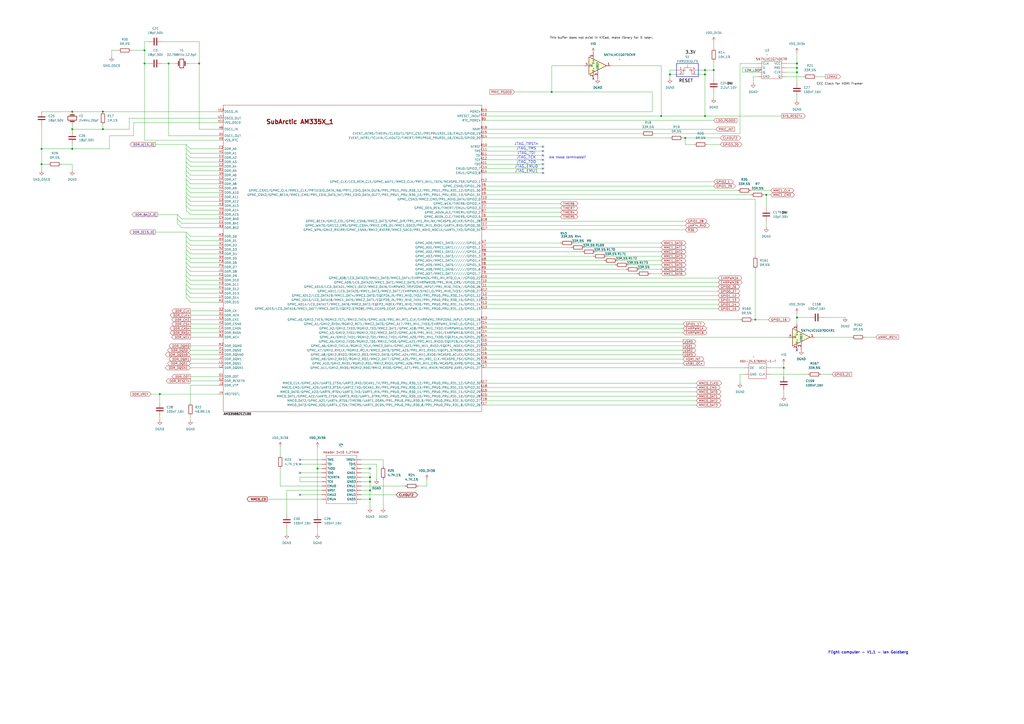
<source format=kicad_sch>
(kicad_sch (version 20231120) (generator "eeschema") (generator_version "8.0")
  (paper "A2")
  (title_block (title "SubArctic AM335x Schematic #1 - Ian Goldberg"))
  (junction (at 444.5 113.03))
  (junction (at 214.63 279.4))
  (junction (at 83.82 36.83))
  (junction (at 214.63 289.56))
  (junction (at 462.28 39.37))
  (junction (at 59.69 64.77))
  (junction (at 454.66 213.36))
  (junction (at 383.54 67.31))
  (junction (at 462.28 184.15))
  (junction (at 41.91 86.36))
  (junction (at 320.04 53.34))
  (junction (at 97.79 36.83))
  (junction (at 414.02 40.64))
  (junction (at 92.71 228.6))
  (junction (at 41.91 64.77))
  (junction (at 408.94 67.31))
  (junction (at 214.63 284.48))
  (junction (at 214.63 276.86))
  (junction (at 24.13 95.25))
  (junction (at 408.94 40.64))
  (junction (at 184.15 271.78))
  (junction (at 115.57 36.83))
  (junction (at 462.28 41.91))
  (junction (at 462.28 36.83))
  (junction (at 397.51 80.01))
  (junction (at 388.62 43.18))
  (junction (at 408.94 43.18))
  (junction (at 83.82 29.21))
  (junction (at 24.13 86.36))
  (junction (at 59.69 74.93))
  (junction (at 438.15 185.42))
  (junction (at 41.91 74.93))
  (no_connect (at 173.99 266.7))
  (no_connect (at 173.99 287.02))
  (no_connect (at 462.28 203.2))
  (no_connect (at 173.99 269.24))
  (no_connect (at 314.96 100.33))
  (no_connect (at 214.63 271.78))
  (no_connect (at 314.96 92.71))
  (no_connect (at 314.96 95.25))
  (no_connect (at 314.96 97.79))
  (no_connect (at 314.96 90.17))
  (no_connect (at 344.17 45.72))
  (no_connect (at 314.96 85.09))
  (no_connect (at 173.99 274.32))
  (no_connect (at 314.96 87.63))
  (bus_entry (at 107.95 114.3) (size 2.54 2.54))
  (bus_entry (at 107.95 154.94) (size 2.54 2.54))
  (bus_entry (at 107.95 104.14) (size 2.54 2.54))
  (bus_entry (at 107.95 91.44) (size 2.54 2.54))
  (bus_entry (at 107.95 93.98) (size 2.54 2.54))
  (bus_entry (at 107.95 170.18) (size 2.54 2.54))
  (bus_entry (at 107.95 111.76) (size 2.54 2.54))
  (bus_entry (at 107.95 88.9) (size 2.54 2.54))
  (bus_entry (at 107.95 142.24) (size 2.54 2.54))
  (bus_entry (at 107.95 119.38) (size 2.54 2.54))
  (bus_entry (at 107.95 147.32) (size 2.54 2.54))
  (bus_entry (at 107.95 116.84) (size 2.54 2.54))
  (bus_entry (at 107.95 167.64) (size 2.54 2.54))
  (bus_entry (at 107.95 106.68) (size 2.54 2.54))
  (bus_entry (at 107.95 139.7) (size 2.54 2.54))
  (bus_entry (at 102.87 124.46) (size 2.54 2.54))
  (bus_entry (at 107.95 152.4) (size 2.54 2.54))
  (bus_entry (at 107.95 172.72) (size 2.54 2.54))
  (bus_entry (at 107.95 165.1) (size 2.54 2.54))
  (bus_entry (at 107.95 83.82) (size 2.54 2.54))
  (bus_entry (at 107.95 144.78) (size 2.54 2.54))
  (bus_entry (at 102.87 129.54) (size 2.54 2.54))
  (bus_entry (at 107.95 86.36) (size 2.54 2.54))
  (bus_entry (at 107.95 96.52) (size 2.54 2.54))
  (bus_entry (at 107.95 109.22) (size 2.54 2.54))
  (bus_entry (at 107.95 134.62) (size 2.54 2.54))
  (bus_entry (at 107.95 149.86) (size 2.54 2.54))
  (bus_entry (at 107.95 157.48) (size 2.54 2.54))
  (bus_entry (at 107.95 101.6) (size 2.54 2.54))
  (bus_entry (at 102.87 127) (size 2.54 2.54))
  (bus_entry (at 107.95 160.02) (size 2.54 2.54))
  (bus_entry (at 107.95 137.16) (size 2.54 2.54))
  (bus_entry (at 107.95 121.92) (size 2.54 2.54))
  (bus_entry (at 107.95 99.06) (size 2.54 2.54))
  (bus_entry (at 107.95 162.56) (size 2.54 2.54))
  (wire (pts (xy 281.94 107.95) (xy 414.02 107.95)))
  (wire (pts (xy 64.77 33.02) (xy 64.77 29.21)))
  (wire (pts (xy 444.5 113.03) (xy 444.5 120.65)))
  (wire (pts (xy 107.95 142.24) (xy 107.95 144.78)))
  (wire (pts (xy 281.94 232.41) (xy 403.86 232.41)))
  (wire (pts (xy 436.88 44.45) (xy 436.88 48.26)))
  (wire (pts (xy 281.94 156.21) (xy 363.22 156.21)))
  (wire (pts (xy 24.13 86.36) (xy 24.13 95.25)))
  (wire (pts (xy 429.26 36.83) (xy 439.42 36.83)))
  (wire (pts (xy 41.91 95.25) (xy 35.56 95.25)))
  (wire (pts (xy 105.41 132.08) (xy 127 132.08)))
  (wire (pts (xy 107.95 165.1) (xy 107.95 167.64)))
  (wire (pts (xy 107.95 154.94) (xy 107.95 157.48)))
  (wire (pts (xy 209.55 281.94) (xy 234.95 281.94)))
  (wire (pts (xy 281.94 118.11) (xy 325.12 118.11)))
  (wire (pts (xy 209.55 279.4) (xy 214.63 279.4)))
  (wire (pts (xy 93.98 24.13) (xy 115.57 24.13)))
  (wire (pts (xy 383.54 38.1) (xy 383.54 67.31)))
  (wire (pts (xy 107.95 137.16) (xy 107.95 139.7)))
  (wire (pts (xy 41.91 74.93) (xy 59.69 74.93)))
  (wire (pts (xy 107.95 91.44) (xy 107.95 93.98)))
  (wire (pts (xy 166.37 284.48) (xy 186.69 284.48)))
  (wire (pts (xy 24.13 95.25) (xy 24.13 99.06)))
  (wire (pts (xy 209.55 284.48) (xy 214.63 284.48)))
  (wire (pts (xy 83.82 29.21) (xy 83.82 36.83)))
  (wire (pts (xy 410.21 83.82) (xy 417.83 83.82)))
  (wire (pts (xy 173.99 276.86) (xy 186.69 276.86)))
  (wire (pts (xy 408.94 67.31) (xy 453.39 67.31)))
  (wire (pts (xy 107.95 99.06) (xy 107.95 101.6)))
  (wire (pts (xy 473.71 44.45) (xy 478.79 44.45)))
  (wire (pts (xy 110.49 223.52) (xy 127 223.52)))
  (wire (pts (xy 455.93 39.37) (xy 462.28 39.37)))
  (wire (pts (xy 281.94 210.82) (xy 396.24 210.82)))
  (wire (pts (xy 444.5 128.27) (xy 444.5 132.08)))
  (wire (pts (xy 110.49 96.52) (xy 127 96.52)))
  (wire (pts (xy 107.95 162.56) (xy 107.95 165.1)))
  (wire (pts (xy 214.63 284.48) (xy 214.63 289.56)))
  (wire (pts (xy 281.94 171.45) (xy 416.56 171.45)))
  (wire (pts (xy 110.49 88.9) (xy 127 88.9)))
  (wire (pts (xy 408.94 43.18) (xy 408.94 67.31)))
  (wire (pts (xy 110.49 200.66) (xy 127 200.66)))
  (wire (pts (xy 41.91 86.36) (xy 24.13 86.36)))
  (wire (pts (xy 345.44 146.05) (xy 383.54 146.05)))
  (wire (pts (xy 97.79 78.74) (xy 127 78.74)))
  (wire (pts (xy 281.94 163.83) (xy 416.56 163.83)))
  (wire (pts (xy 214.63 289.56) (xy 214.63 294.64)))
  (wire (pts (xy 447.04 217.17) (xy 468.63 217.17)))
  (wire (pts (xy 102.87 124.46) (xy 102.87 127)))
  (wire (pts (xy 107.95 167.64) (xy 107.95 170.18)))
  (wire (pts (xy 281.94 77.47) (xy 372.11 77.47)))
  (wire (pts (xy 281.94 198.12) (xy 396.24 198.12)))
  (wire (pts (xy 105.41 127) (xy 127 127)))
  (wire (pts (xy 281.94 123.19) (xy 325.12 123.19)))
  (wire (pts (xy 429.26 77.47) (xy 429.26 36.83)))
  (wire (pts (xy 109.22 36.83) (xy 115.57 36.83)))
  (wire (pts (xy 439.42 44.45) (xy 436.88 44.45)))
  (wire (pts (xy 59.69 64.77) (xy 127 64.77)))
  (wire (pts (xy 388.62 40.64) (xy 388.62 43.18)))
  (wire (pts (xy 247.65 281.94) (xy 242.57 281.94)))
  (wire (pts (xy 281.94 176.53) (xy 416.56 176.53)))
  (wire (pts (xy 74.93 68.58) (xy 74.93 74.93)))
  (wire (pts (xy 92.71 243.84) (xy 92.71 241.3)))
  (wire (pts (xy 115.57 74.93) (xy 115.57 36.83)))
  (wire (pts (xy 454.66 210.82) (xy 454.66 213.36)))
  (wire (pts (xy 281.94 105.41) (xy 414.02 105.41)))
  (wire (pts (xy 110.49 119.38) (xy 127 119.38)))
  (wire (pts (xy 110.49 187.96) (xy 127 187.96)))
  (wire (pts (xy 281.94 179.07) (xy 416.56 179.07)))
  (wire (pts (xy 462.28 36.83) (xy 462.28 39.37)))
  (wire (pts (xy 110.49 93.98) (xy 127 93.98)))
  (wire (pts (xy 59.69 74.93) (xy 74.93 74.93)))
  (wire (pts (xy 214.63 274.32) (xy 214.63 276.86)))
  (wire (pts (xy 281.94 92.71) (xy 314.96 92.71)))
  (wire (pts (xy 83.82 24.13) (xy 83.82 29.21)))
  (wire (pts (xy 396.24 80.01) (xy 397.51 80.01)))
  (wire (pts (xy 281.94 224.79) (xy 403.86 224.79)))
  (wire (pts (xy 24.13 64.77) (xy 41.91 64.77)))
  (wire (pts (xy 281.94 110.49) (xy 427.99 110.49)))
  (wire (pts (xy 173.99 269.24) (xy 186.69 269.24)))
  (wire (pts (xy 209.55 289.56) (xy 214.63 289.56)))
  (wire (pts (xy 281.94 173.99) (xy 416.56 173.99)))
  (wire (pts (xy 83.82 36.83) (xy 86.36 36.83)))
  (wire (pts (xy 444.5 113.03) (xy 447.04 113.03)))
  (wire (pts (xy 110.49 109.22) (xy 127 109.22)))
  (wire (pts (xy 110.49 116.84) (xy 127 116.84)))
  (wire (pts (xy 110.49 149.86) (xy 127 149.86)))
  (wire (pts (xy 408.94 40.64) (xy 408.94 43.18)))
  (wire (pts (xy 107.95 88.9) (xy 107.95 91.44)))
  (wire (pts (xy 41.91 74.93) (xy 41.91 72.39)))
  (wire (pts (xy 438.15 185.42) (xy 436.88 185.42)))
  (wire (pts (xy 472.44 195.58) (xy 494.03 195.58)))
  (wire (pts (xy 110.49 167.64) (xy 127 167.64)))
  (wire (pts (xy 388.62 40.64) (xy 393.7 40.64)))
  (wire (pts (xy 184.15 309.88) (xy 184.15 306.07)))
  (wire (pts (xy 281.94 67.31) (xy 383.54 67.31)))
  (wire (pts (xy 281.94 193.04) (xy 396.24 193.04)))
  (wire (pts (xy 430.53 39.37) (xy 430.53 41.91)))
  (wire (pts (xy 462.28 39.37) (xy 462.28 41.91)))
  (wire (pts (xy 218.44 269.24) (xy 218.44 278.13)))
  (wire (pts (xy 110.49 172.72) (xy 127 172.72)))
  (wire (pts (xy 508 195.58) (xy 501.65 195.58)))
  (wire (pts (xy 41.91 99.06) (xy 41.91 95.25)))
  (wire (pts (xy 429.26 217.17) (xy 429.26 222.25)))
  (wire (pts (xy 107.95 93.98) (xy 107.95 96.52)))
  (wire (pts (xy 173.99 274.32) (xy 186.69 274.32)))
  (wire (pts (xy 110.49 86.36) (xy 127 86.36)))
  (wire (pts (xy 110.49 223.52) (xy 110.49 233.68)))
  (wire (pts (xy 281.94 146.05) (xy 337.82 146.05)))
  (wire (pts (xy 110.49 162.56) (xy 127 162.56)))
  (wire (pts (xy 397.51 80.01) (xy 397.51 83.82)))
  (wire (pts (xy 110.49 144.78) (xy 127 144.78)))
  (wire (pts (xy 107.95 86.36) (xy 107.95 88.9)))
  (wire (pts (xy 462.28 30.48) (xy 462.28 36.83)))
  (wire (pts (xy 110.49 160.02) (xy 127 160.02)))
  (wire (pts (xy 110.49 147.32) (xy 127 147.32)))
  (wire (pts (xy 41.91 64.77) (xy 59.69 64.77)))
  (wire (pts (xy 77.47 78.74) (xy 63.5 78.74)))
  (wire (pts (xy 166.37 284.48) (xy 166.37 298.45)))
  (wire (pts (xy 162.56 259.08) (xy 162.56 264.16)))
  (wire (pts (xy 281.94 120.65) (xy 325.12 120.65)))
  (wire (pts (xy 320.04 38.1) (xy 339.09 38.1)))
  (wire (pts (xy 281.94 140.97) (xy 325.12 140.97)))
  (wire (pts (xy 281.94 153.67) (xy 356.87 153.67)))
  (wire (pts (xy 462.28 58.42) (xy 462.28 55.88)))
  (wire (pts (xy 281.94 74.93) (xy 415.29 74.93)))
  (wire (pts (xy 110.49 185.42) (xy 127 185.42)))
  (wire (pts (xy 281.94 80.01) (xy 388.62 80.01)))
  (wire (pts (xy 435.61 110.49) (xy 447.04 110.49)))
  (wire (pts (xy 209.55 269.24) (xy 218.44 269.24)))
  (wire (pts (xy 64.77 29.21) (xy 68.58 29.21)))
  (wire (pts (xy 455.93 44.45) (xy 466.09 44.45)))
  (wire (pts (xy 102.87 127) (xy 102.87 129.54)))
  (wire (pts (xy 364.49 153.67) (xy 383.54 153.67)))
  (wire (pts (xy 447.04 213.36) (xy 454.66 213.36)))
  (wire (pts (xy 110.49 190.5) (xy 127 190.5)))
  (wire (pts (xy 110.49 218.44) (xy 127 218.44)))
  (wire (pts (xy 281.94 151.13) (xy 350.52 151.13)))
  (wire (pts (xy 90.17 83.82) (xy 107.95 83.82)))
  (wire (pts (xy 184.15 271.78) (xy 186.69 271.78)))
  (wire (pts (xy 462.28 184.15) (xy 469.9 184.15)))
  (wire (pts (xy 107.95 116.84) (xy 107.95 119.38)))
  (wire (pts (xy 429.26 217.17) (xy 431.8 217.17)))
  (wire (pts (xy 110.49 111.76) (xy 127 111.76)))
  (wire (pts (xy 107.95 157.48) (xy 107.95 160.02)))
  (wire (pts (xy 110.49 154.94) (xy 127 154.94)))
  (wire (pts (xy 281.94 158.75) (xy 369.57 158.75)))
  (wire (pts (xy 281.94 69.85) (xy 414.02 69.85)))
  (wire (pts (xy 403.86 43.18) (xy 408.94 43.18)))
  (wire (pts (xy 354.33 38.1) (xy 383.54 38.1)))
  (wire (pts (xy 127 74.93) (xy 115.57 74.93)))
  (wire (pts (xy 414.02 53.34) (xy 414.02 57.15)))
  (wire (pts (xy 110.49 139.7) (xy 127 139.7)))
  (wire (pts (xy 455.93 41.91) (xy 462.28 41.91)))
  (wire (pts (xy 83.82 36.83) (xy 83.82 81.28)))
  (wire (pts (xy 378.46 53.34) (xy 378.46 64.77)))
  (wire (pts (xy 281.94 205.74) (xy 396.24 205.74)))
  (wire (pts (xy 281.94 130.81) (xy 397.51 130.81)))
  (wire (pts (xy 110.49 180.34) (xy 127 180.34)))
  (wire (pts (xy 281.94 85.09) (xy 314.96 85.09)))
  (wire (pts (xy 105.41 129.54) (xy 127 129.54)))
  (wire (pts (xy 110.49 121.92) (xy 127 121.92)))
  (wire (pts (xy 281.94 95.25) (xy 314.96 95.25)))
  (wire (pts (xy 110.49 170.18) (xy 127 170.18)))
  (wire (pts (xy 91.44 124.46) (xy 102.87 124.46)))
  (wire (pts (xy 378.46 64.77) (xy 281.94 64.77)))
  (wire (pts (xy 209.55 287.02) (xy 229.87 287.02)))
  (wire (pts (xy 107.95 109.22) (xy 107.95 111.76)))
  (wire (pts (xy 107.95 111.76) (xy 107.95 114.3)))
  (wire (pts (xy 438.15 115.57) (xy 438.15 148.59)))
  (wire (pts (xy 110.49 104.14) (xy 127 104.14)))
  (wire (pts (xy 388.62 43.18) (xy 393.7 43.18)))
  (wire (pts (xy 110.49 220.98) (xy 127 220.98)))
  (wire (pts (xy 222.25 294.64) (xy 222.25 278.13)))
  (wire (pts (xy 83.82 24.13) (xy 86.36 24.13)))
  (wire (pts (xy 63.5 86.36) (xy 41.91 86.36)))
  (wire (pts (xy 110.49 205.74) (xy 127 205.74)))
  (wire (pts (xy 24.13 86.36) (xy 24.13 72.39)))
  (wire (pts (xy 339.09 143.51) (xy 383.54 143.51)))
  (wire (pts (xy 59.69 74.93) (xy 59.69 72.39)))
  (wire (pts (xy 281.94 168.91) (xy 416.56 168.91)))
  (wire (pts (xy 214.63 276.86) (xy 214.63 279.4)))
  (wire (pts (xy 281.94 203.2) (xy 396.24 203.2)))
  (wire (pts (xy 403.86 40.64) (xy 408.94 40.64)))
  (wire (pts (xy 97.79 36.83) (xy 97.79 78.74)))
  (wire (pts (xy 281.94 128.27) (xy 397.51 128.27)))
  (wire (pts (xy 388.62 43.18) (xy 388.62 45.72)))
  (wire (pts (xy 87.63 228.6) (xy 92.71 228.6)))
  (wire (pts (xy 107.95 101.6) (xy 107.95 104.14)))
  (wire (pts (xy 438.15 185.42) (xy 445.77 185.42)))
  (wire (pts (xy 209.55 266.7) (xy 222.25 266.7)))
  (wire (pts (xy 476.25 217.17) (xy 482.6 217.17)))
  (wire (pts (xy 110.49 152.4) (xy 127 152.4)))
  (wire (pts (xy 83.82 81.28) (xy 127 81.28)))
  (wire (pts (xy 438.15 156.21) (xy 438.15 185.42)))
  (wire (pts (xy 110.49 243.84) (xy 110.49 241.3)))
  (wire (pts (xy 107.95 144.78) (xy 107.95 147.32)))
  (wire (pts (xy 173.99 266.7) (xy 186.69 266.7)))
  (wire (pts (xy 443.23 113.03) (xy 444.5 113.03)))
  (wire (pts (xy 430.53 41.91) (xy 439.42 41.91)))
  (wire (pts (xy 77.47 71.12) (xy 77.47 78.74)))
  (wire (pts (xy 397.51 80.01) (xy 417.83 80.01)))
  (wire (pts (xy 454.66 226.06) (xy 454.66 229.87)))
  (wire (pts (xy 281.94 222.25) (xy 403.86 222.25)))
  (wire (pts (xy 281.94 208.28) (xy 396.24 208.28)))
  (wire (pts (xy 110.49 165.1) (xy 127 165.1)))
  (wire (pts (xy 107.95 152.4) (xy 107.95 154.94)))
  (wire (pts (xy 414.02 35.56) (xy 414.02 40.64)))
  (wire (pts (xy 209.55 274.32) (xy 214.63 274.32)))
  (wire (pts (xy 27.94 95.25) (xy 24.13 95.25)))
  (wire (pts (xy 110.49 210.82) (xy 127 210.82)))
  (wire (pts (xy 490.22 184.15) (xy 477.52 184.15)))
  (wire (pts (xy 378.46 53.34) (xy 320.04 53.34)))
  (wire (pts (xy 110.49 213.36) (xy 127 213.36)))
  (wire (pts (xy 414.02 24.13) (xy 414.02 27.94)))
  (wire (pts (xy 110.49 106.68) (xy 127 106.68)))
  (wire (pts (xy 281.94 166.37) (xy 416.56 166.37)))
  (wire (pts (xy 110.49 157.48) (xy 127 157.48)))
  (wire (pts (xy 107.95 149.86) (xy 107.95 152.4)))
  (wire (pts (xy 173.99 287.02) (xy 186.69 287.02)))
  (wire (pts (xy 281.94 213.36) (xy 431.8 213.36)))
  (wire (pts (xy 281.94 227.33) (xy 403.86 227.33)))
  (wire (pts (xy 455.93 36.83) (xy 462.28 36.83)))
  (wire (pts (xy 414.02 40.64) (xy 414.02 45.72)))
  (wire (pts (xy 173.99 279.4) (xy 186.69 279.4)))
  (wire (pts (xy 439.42 39.37) (xy 430.53 39.37)))
  (wire (pts (xy 462.28 184.15) (xy 462.28 187.96)))
  (wire (pts (xy 107.95 83.82) (xy 107.95 86.36)))
  (wire (pts (xy 97.79 36.83) (xy 101.6 36.83)))
  (wire (pts (xy 107.95 96.52) (xy 107.95 99.06)))
  (wire (pts (xy 110.49 193.04) (xy 127 193.04)))
  (wire (pts (xy 107.95 119.38) (xy 107.95 121.92)))
  (wire (pts (xy 110.49 91.44) (xy 127 91.44)))
  (wire (pts (xy 281.94 185.42) (xy 429.26 185.42)))
  (wire (pts (xy 110.49 175.26) (xy 127 175.26)))
  (wire (pts (xy 154.94 289.56) (xy 186.69 289.56)))
  (wire (pts (xy 281.94 190.5) (xy 396.24 190.5)))
  (wire (pts (xy 110.49 137.16) (xy 127 137.16)))
  (wire (pts (xy 281.94 195.58) (xy 457.2 195.58)))
  (wire (pts (xy 397.51 83.82) (xy 402.59 83.82)))
  (wire (pts (xy 281.94 113.03) (xy 435.61 113.03)))
  (wire (pts (xy 320.04 53.34) (xy 298.45 53.34)))
  (wire (pts (xy 281.94 100.33) (xy 314.96 100.33)))
  (wire (pts (xy 110.49 182.88) (xy 127 182.88)))
  (wire (pts (xy 281.94 200.66) (xy 396.24 200.66)))
  (wire (pts (xy 281.94 125.73) (xy 325.12 125.73)))
  (wire (pts (xy 184.15 259.08) (xy 184.15 271.78)))
  (wire (pts (xy 281.94 234.95) (xy 403.86 234.95)))
  (wire (pts (xy 107.95 134.62) (xy 107.95 137.16)))
  (wire (pts (xy 408.94 40.64) (xy 414.02 40.64)))
  (wire (pts (xy 107.95 139.7) (xy 107.95 142.24)))
  (wire (pts (xy 281.94 229.87) (xy 403.86 229.87)))
  (wire (pts (xy 184.15 271.78) (xy 184.15 298.45)))
  (wire (pts (xy 281.94 143.51) (xy 331.47 143.51)))
  (wire (pts (xy 370.84 156.21) (xy 383.54 156.21)))
  (wire (pts (xy 281.94 133.35) (xy 397.51 133.35)))
  (wire (pts (xy 281.94 97.79) (xy 314.96 97.79)))
  (wire (pts (xy 90.17 134.62) (xy 107.95 134.62)))
  (wire (pts (xy 110.49 99.06) (xy 127 99.06)))
  (wire (pts (xy 462.28 181.61) (xy 462.28 184.15)))
  (wire (pts (xy 358.14 151.13) (xy 383.54 151.13)))
  (wire (pts (xy 110.49 195.58) (xy 127 195.58)))
  (wire (pts (xy 107.95 104.14) (xy 107.95 106.68)))
  (wire (pts (xy 281.94 148.59) (xy 344.17 148.59)))
  (wire (pts (xy 110.49 142.24) (xy 127 142.24)))
  (wire (pts (xy 41.91 83.82) (xy 41.91 86.36)))
  (wire (pts (xy 377.19 158.75) (xy 383.54 158.75)))
  (wire (pts (xy 173.99 276.86) (xy 173.99 279.4)))
  (wire (pts (xy 214.63 279.4) (xy 214.63 284.48)))
  (wire (pts (xy 110.49 124.46) (xy 127 124.46)))
  (wire (pts (xy 107.95 160.02) (xy 107.95 162.56)))
  (wire (pts (xy 110.49 203.2) (xy 127 203.2)))
  (wire (pts (xy 209.55 271.78) (xy 214.63 271.78)))
  (wire (pts (xy 76.2 29.21) (xy 83.82 29.21)))
  (wire (pts (xy 247.65 278.13) (xy 247.65 281.94)))
  (wire (pts (xy 166.37 309.88) (xy 166.37 306.07)))
  (wire (pts (xy 351.79 148.59) (xy 383.54 148.59)))
  (wire (pts (xy 454.66 213.36) (xy 454.66 218.44)))
  (wire (pts (xy 462.28 41.91) (xy 462.28 48.26)))
  (wire (pts (xy 127 71.12) (xy 77.47 71.12)))
  (wire (pts (xy 63.5 78.74) (xy 63.5 86.36)))
  (wire (pts (xy 110.49 208.28) (xy 127 208.28)))
  (wire (pts (xy 281.94 187.96) (xy 396.24 187.96)))
  (wire (pts (xy 332.74 140.97) (xy 383.54 140.97)))
  (wire (pts (xy 281.94 115.57) (xy 438.15 115.57)))
  (wire (pts (xy 281.94 161.29) (xy 416.56 161.29)))
  (wire (pts (xy 93.98 36.83) (xy 97.79 36.83)))
  (wire (pts (xy 107.95 114.3) (xy 107.95 116.84)))
  (wire (pts (xy 107.95 106.68) (xy 107.95 109.22)))
  (wire (pts (xy 107.95 147.32) (xy 107.95 149.86)))
  (wire (pts (xy 281.94 90.17) (xy 314.96 90.17)))
  (wire (pts (xy 41.91 76.2) (xy 41.91 74.93)))
  (wire (pts (xy 92.71 228.6) (xy 92.71 233.68)))
  (wire (pts (xy 222.25 266.7) (xy 222.25 270.51)))
  (wire (pts (xy 162.56 271.78) (xy 162.56 281.94)))
  (wire (pts (xy 209.55 276.86) (xy 214.63 276.86)))
  (wire (pts (xy 281.94 87.63) (xy 314.96 87.63)))
  (wire (pts (xy 115.57 36.83) (xy 115.57 24.13)))
  (wire (pts (xy 162.56 281.94) (xy 186.69 281.94)))
  (wire (pts (xy 110.49 101.6) (xy 127 101.6)))
  (wire (pts (xy 92.71 228.6) (xy 127 228.6)))
  (wire (pts (xy 379.73 77.47) (xy 429.26 77.47)))
  (wire (pts (xy 383.54 67.31) (xy 408.94 67.31)))
  (wire (pts (xy 107.95 170.18) (xy 107.95 172.72)))
  (wire (pts (xy 320.04 53.34) (xy 320.04 38.1)))
  (wire (pts (xy 74.93 68.58) (xy 127 68.58)))
  (wire (pts (xy 110.49 114.3) (xy 127 114.3)))
  (rectangle (start 392.43 36.83) (end 405.13 44.45) (stroke (width 0.254)))
  (text "Are these terminated?\n" (at 329.184 91.44 0) (effects (font (size 1.27 1.27))))
  (text "Flight computer - V1.1 - Ian Goldberg\n\n" (at 503.682 379.73 0) (effects (font (size 1.524 1.524) (thickness 0.254) (bold yes))))
  (text "JTAG_TRSTn\nJTAG_TMS\nJTAG_TDI\nJTAG_TCK\nJTAG_TDO\nJTAG_EMU0\nJTAG_EMU1" (at 305.308 91.44 0) (effects (font (size 1.6256 1.6256))))
  (label "This buffer does not exist in KiCad, make library for it later." (at 318.77 22.86 0))
  (label "RESET" (at 393.7 48.26 0) (effects (font (size 1.778 1.778) (thickness 0.254) (bold yes))))
  (label "AM3358BZCZ100" (at 129.54 241.3 0) (effects (font (thickness 0.254) (bold yes))))
  (label "DNI" (at 421.64 49.53 0) (effects (font (thickness 0.254) (bold yes))))
  (label "CEC Clock for HDMI Framer" (at 473.71 49.53 0))
  (label "3.3V" (at 397.51 31.75 0) (effects (font (size 1.778 1.778) (thickness 0.254) (bold yes))))
  (label "12M_LOOP" (at 431.8 41.91 0))
  (label "DNI" (at 453.39 124.46 0) (effects (font (thickness 0.254) (bold yes))))
  (global_label "MMC1_DAT3" (shape bidirectional) (at 383.54 148.59 0) (property "Intersheetrefs" "${INTERSHEET_REFS}" (effects (hide yes))))
  (global_label "DDR_CASn" (shape output) (at 110.49 190.5 180) (property "Intersheetrefs" "${INTERSHEET_REFS}" (effects (hide yes))))
  (global_label "EHRPWM1B" (shape bidirectional) (at 396.24 193.04 0) (property "Intersheetrefs" "${INTERSHEET_REFS}" (effects (hide yes))))
  (global_label "CLKOUT2" (shape bidirectional) (at 229.87 287.02 0) (effects (font (bold yes))) (property "Intersheetrefs" "${INTERSHEET_REFS}" (effects (hide yes))))
  (global_label "EHRPWM2B" (shape bidirectional) (at 416.56 163.83 0) (property "Intersheetrefs" "${INTERSHEET_REFS}" (effects (hide yes))))
  (global_label "GPIO2_1" (shape bidirectional) (at 414.02 105.41 0) (property "Intersheetrefs" "${INTERSHEET_REFS}" (effects (hide yes))))
  (global_label "MMC1_DAT2" (shape bidirectional) (at 383.54 146.05 0) (property "Intersheetrefs" "${INTERSHEET_REFS}" (effects (hide yes))))
  (global_label "DDR_DQS1" (shape bidirectional) (at 110.49 210.82 180) (property "Intersheetrefs" "${INTERSHEET_REFS}" (effects (hide yes))))
  (global_label "DDR_ODT" (shape output) (at 110.49 218.44 180) (property "Intersheetrefs" "${INTERSHEET_REFS}" (effects (hide yes))))
  (global_label "LDO_PGOOD" (shape input) (at 414.02 69.85 0) (property "Intersheetrefs" "${INTERSHEET_REFS}" (effects (hide yes))))
  (global_label "PMIC_PGOOD" (shape input) (at 298.45 53.34 180) (property "Intersheetrefs" "${INTERSHEET_REFS}" (effects (hide yes))))
  (global_label "TIMER7" (shape bidirectional) (at 325.12 120.65 0) (property "Intersheetrefs" "${INTERSHEET_REFS}" (effects (hide yes))))
  (global_label "DDR_CSn" (shape output) (at 110.49 187.96 180) (property "Intersheetrefs" "${INTERSHEET_REFS}" (effects (hide yes))))
  (global_label "EHRPWM2A" (shape bidirectional) (at 416.56 161.29 0) (property "Intersheetrefs" "${INTERSHEET_REFS}" (effects (hide yes))))
  (global_label "MMC0_CMD" (shape bidirectional) (at 403.86 224.79 0) (property "Intersheetrefs" "${INTERSHEET_REFS}" (effects (hide yes))))
  (global_label "USR0" (shape output) (at 396.24 198.12 0) (property "Intersheetrefs" "${INTERSHEET_REFS}" (effects (hide yes))))
  (global_label "DDR_DQM0" (shape output) (at 110.49 200.66 180) (property "Intersheetrefs" "${INTERSHEET_REFS}" (effects (hide yes))))
  (global_label "EHRPWM1A" (shape bidirectional) (at 396.24 190.5 0) (property "Intersheetrefs" "${INTERSHEET_REFS}" (effects (hide yes))))
  (global_label "MMC1_DAT5" (shape bidirectional) (at 383.54 156.21 0) (property "Intersheetrefs" "${INTERSHEET_REFS}" (effects (hide yes))))
  (global_label "DDR_VREF" (shape input) (at 87.63 228.6 180) (property "Intersheetrefs" "${INTERSHEET_REFS}" (effects (hide yes))))
  (global_label "TIMER6" (shape bidirectional) (at 325.12 118.11 0) (property "Intersheetrefs" "${INTERSHEET_REFS}" (effects (hide yes))))
  (global_label "DDR_WEn" (shape output) (at 110.49 195.58 180) (property "Intersheetrefs" "${INTERSHEET_REFS}" (effects (hide yes))))
  (global_label "MMC1_DAT0" (shape bidirectional) (at 383.54 140.97 0) (property "Intersheetrefs" "${INTERSHEET_REFS}" (effects (hide yes))))
  (global_label "MMC1_DAT5" (shape bidirectional) (at 383.54 153.67 0) (property "Intersheetrefs" "${INTERSHEET_REFS}" (effects (hide yes))))
  (global_label "GPIO0_27" (shape bidirectional) (at 416.56 168.91 0) (property "Intersheetrefs" "${INTERSHEET_REFS}" (effects (hide yes))))
  (global_label "DDR_DQSN0" (shape bidirectional) (at 110.49 205.74 180) (property "Intersheetrefs" "${INTERSHEET_REFS}" (effects (hide yes))))
  (global_label "DDR_RESETn" (shape output) (at 110.49 220.98 180) (property "Intersheetrefs" "${INTERSHEET_REFS}" (effects (hide yes))))
  (global_label "GPIO1_12" (shape bidirectional) (at 416.56 171.45 0) (property "Intersheetrefs" "${INTERSHEET_REFS}" (effects (hide yes))))
  (global_label "MMC1_CMD" (shape bidirectional) (at 447.04 113.03 0) (property "Intersheetrefs" "${INTERSHEET_REFS}" (effects (hide yes))))
  (global_label "MMC1_CLK" (shape bidirectional) (at 447.04 110.49 0) (property "Intersheetrefs" "${INTERSHEET_REFS}" (effects (hide yes))))
  (global_label "DDR_DQSN1" (shape bidirectional) (at 110.49 213.36 180) (property "Intersheetrefs" "${INTERSHEET_REFS}" (effects (hide yes))))
  (global_label "GPIO1_16" (shape bidirectional) (at 445.77 185.42 0) (property "Intersheetrefs" "${INTERSHEET_REFS}" (effects (hide yes))))
  (global_label "MMC0_CLKO" (shape bidirectional) (at 403.86 222.25 0) (property "Intersheetrefs" "${INTERSHEET_REFS}" (effects (hide yes))))
  (global_label "GPIO3_21" (shape input) (at 482.6 217.17 0) (property "Intersheetrefs" "${INTERSHEET_REFS}" (effects (hide yes))))
  (global_label "MMC0_DAT2" (shape bidirectional) (at 403.86 232.41 0) (property "Intersheetrefs" "${INTERSHEET_REFS}" (effects (hide yes))))
  (global_label "MMC0_DAT1" (shape bidirectional) (at 403.86 229.87 0) (property "Intersheetrefs" "${INTERSHEET_REFS}" (effects (hide yes))))
  (global_label "PMIC_INT" (shape input) (at 415.29 74.93 0) (property "Intersheetrefs" "${INTERSHEET_REFS}" (effects (hide yes))))
  (global_label "GPIO1_15" (shape bidirectional) (at 416.56 179.07 0) (property "Intersheetrefs" "${INTERSHEET_REFS}" (effects (hide yes))))
  (global_label "DDR_DQS0" (shape bidirectional) (at 110.49 203.2 180) (property "Intersheetrefs" "${INTERSHEET_REFS}" (effects (hide yes))))
  (global_label "MMC0_DAT0" (shape bidirectional) (at 403.86 227.33 0) (property "Intersheetrefs" "${INTERSHEET_REFS}" (effects (hide yes))))
  (global_label "MMC1_DAT6" (shape bidirectional) (at 383.54 158.75 0) (property "Intersheetrefs" "${INTERSHEET_REFS}" (effects (hide yes))))
  (global_label "DDR_CLKn" (shape output) (at 110.49 182.88 180) (property "Intersheetrefs" "${INTERSHEET_REFS}" (effects (hide yes))))
  (global_label "GPIO1_13" (shape bidirectional) (at 416.56 173.99 0) (property "Intersheetrefs" "${INTERSHEET_REFS}" (effects (hide yes))))
  (global_label "USB1_OCn" (shape input) (at 396.24 210.82 0) (property "Intersheetrefs" "${INTERSHEET_REFS}" (effects (hide yes))))
  (global_label "HDMI_INT" (shape bidirectional) (at 396.24 208.28 0) (property "Intersheetrefs" "${INTERSHEET_REFS}" (effects (hide yes))))
  (global_label "12MHZ" (shape output) (at 478.79 44.45 0) (property "Intersheetrefs" "${INTERSHEET_REFS}" (effects (hide yes))))
  (global_label "TIMER5" (shape bidirectional) (at 325.12 125.73 0) (property "Intersheetrefs" "${INTERSHEET_REFS}" (effects (hide yes))))
  (global_label "GPIO1_17" (shape bidirectional) (at 396.24 187.96 0) (property "Intersheetrefs" "${INTERSHEET_REFS}" (effects (hide yes))))
  (global_label "DDR_DQM1" (shape output) (at 110.49 208.28 180) (property "Intersheetrefs" "${INTERSHEET_REFS}" (effects (hide yes))))
  (global_label "GPIO0_26" (shape bidirectional) (at 416.56 166.37 0) (property "Intersheetrefs" "${INTERSHEET_REFS}" (effects (hide yes))))
  (global_label "MMC1_DAT4" (shape bidirectional) (at 383.54 151.13 0) (property "Intersheetrefs" "${INTERSHEET_REFS}" (effects (hide yes))))
  (global_label "DDR_RASn" (shape output) (at 110.49 193.04 180) (property "Intersheetrefs" "${INTERSHEET_REFS}" (effects (hide yes))))
  (global_label "UART4_RXD" (shape bidirectional) (at 397.51 130.81 0) (property "Intersheetrefs" "${INTERSHEET_REFS}" (effects (hide yes))))
  (global_label "DDR_D[15..0]" (shape output) (at 90.17 134.62 180) (property "Intersheetrefs" "${INTERSHEET_REFS}" (effects (hide yes))))
  (global_label "CLKOUT2" (shape bidirectional) (at 417.83 80.01 0) (property "Intersheetrefs" "${INTERSHEET_REFS}" (effects (hide yes))))
  (global_label "DDR_CKE" (shape output) (at 110.49 185.42 180) (property "Intersheetrefs" "${INTERSHEET_REFS}" (effects (hide yes))))
  (global_label "USR3" (shape output) (at 396.24 205.74 0) (property "Intersheetrefs" "${INTERSHEET_REFS}" (effects (hide yes))))
  (global_label "USR1" (shape output) (at 396.24 200.66 0) (property "Intersheetrefs" "${INTERSHEET_REFS}" (effects (hide yes))))
  (global_label "GPIO1_29" (shape bidirectional) (at 414.02 107.95 0) (property "Intersheetrefs" "${INTERSHEET_REFS}" (effects (hide yes))))
  (global_label "MMC0_DAT3" (shape bidirectional) (at 403.86 234.95 0) (property "Intersheetrefs" "${INTERSHEET_REFS}" (effects (hide yes))))
  (global_label "DDR_CLK" (shape output) (at 110.49 180.34 180) (property "Intersheetrefs" "${INTERSHEET_REFS}" (effects (hide yes))))
  (global_label "eMMC_RSTn" (shape input) (at 508 195.58 0) (property "Intersheetrefs" "${INTERSHEET_REFS}" (effects (hide yes))))
  (global_label "DDR_BA[2..0]" (shape output) (at 91.44 124.46 180) (property "Intersheetrefs" "${INTERSHEET_REFS}" (effects (hide yes))))
  (global_label "GPIO3_20" (shape bidirectional) (at 417.83 83.82 0) (property "Intersheetrefs" "${INTERSHEET_REFS}" (effects (hide yes))))
  (global_label "MMC1_DAT1" (shape bidirectional) (at 383.54 143.51 0) (property "Intersheetrefs" "${INTERSHEET_REFS}" (effects (hide yes))))
  (global_label "TIMER4" (shape bidirectional) (at 325.12 123.19 0) (property "Intersheetrefs" "${INTERSHEET_REFS}" (effects (hide yes))))
  (global_label "DDR_A[15..0]" (shape output) (at 90.17 83.82 180) (property "Intersheetrefs" "${INTERSHEET_REFS}" (effects (hide yes))))
  (global_label "MMC0_CD" (shape output) (at 154.94 289.56 180) (effects (font (bold yes))) (property "Intersheetrefs" "${INTERSHEET_REFS}" (effects (hide yes))))
  (global_label "USR2" (shape output) (at 396.24 203.2 0) (property "Intersheetrefs" "${INTERSHEET_REFS}" (effects (hide yes))))
  (global_label "GPIO1_28" (shape bidirectional) (at 397.51 128.27 0) (property "Intersheetrefs" "${INTERSHEET_REFS}" (effects (hide yes))))
  (global_label "SYS_RESETn" (shape output) (at 453.39 67.31 0) (property "Intersheetrefs" "${INTERSHEET_REFS}" (effects (hide yes))))
  (global_label "R36" (shape bidirectional) (at 397.51 133.35 0) (property "Intersheetrefs" "${INTERSHEET_REFS}" (effects (hide yes))))
  (global_label "GPIO1_14" (shape bidirectional) (at 416.56 176.53 0) (property "Intersheetrefs" "${INTERSHEET_REFS}" (effects (hide yes))))
  (symbol (lib_id "Device:R") (at 367.03 156.21 90) (unit 1)
    (property "Reference" "R172" (at 367.03 149.86 90))
    (property "Value" "33R,5%" (at 367.03 152.4 90))
    (property "Description" "Resistor" (effects (hide yes)))
  )
  (symbol (lib_id "power:GND") (at 166.37 309.88 0) (unit 1)
    (property "Reference" "#PWR056" (effects (hide yes)))
    (property "Value" "DGND" (at 166.37 314.96 0))
    (property "Description" "Power symbol creates a global label with name \"GND\" , ground" (effects (hide yes)))
  )
  (symbol (lib_id "Device:R") (at 406.4 83.82 90) (unit 1)
    (property "Reference" "R20" (at 406.4 77.47 90))
    (property "Value" "0R,5%" (at 406.4 80.01 90))
    (property "Description" "Resistor" (effects (hide yes)))
  )
  (symbol (lib_id "Device:R") (at 431.8 110.49 90) (unit 1)
    (property "Reference" "R35" (at 431.8 104.14 90))
    (property "Value" "33R,5%" (at 431.8 106.68 90))
    (property "Description" "Resistor" (effects (hide yes)))
  )
  (symbol (lib_id "Device:R") (at 373.38 158.75 90) (unit 1)
    (property "Reference" "R173" (at 373.38 152.4 90))
    (property "Value" "33R,5%" (at 373.38 154.94 90))
    (property "Description" "Resistor" (effects (hide yes)))
  )
  (symbol (lib_id "Amplifier_Buffer:BUF602xDBV") (at 464.82 195.58 0) (unit 1)
    (property "Reference" "SN74LVC1G07DCKR1" (at 474.472 191.77 0))
    (property "Value" "~" (at 477.52 191.8014 0))
    (property "Footprint" "Package_TO_SOT_SMD:SOT-23-5" (effects (hide yes)))
    (property "Datasheet" "http://www.ti.com/lit/ds/symlink/buf602.pdf" (effects (hide yes)))
    (property "Description" "High-Speed, 1000 MHz, Closed-Loop Buffer, SOT23-5" (effects (hide yes)))
  )
  (symbol (lib_id "power:VCC") (at 454.66 210.82 0) (unit 1)
    (property "Reference" "#PWR044" (effects (hide yes)))
    (property "Value" "VIO" (at 454.66 205.74 0))
    (property "Description" "Power symbol creates a global label with name \"VCC\"" (effects (hide yes)))
  )
  (symbol (lib_id "Device:R") (at 497.84 195.58 90) (unit 1)
    (property "Reference" "R162" (at 497.84 189.23 90) (effects (justify top)))
    (property "Value" "0R,5%" (at 497.84 191.77 90) (effects (justify top)))
    (property "Description" "Resistor" (effects (hide yes)))
  )
  (symbol (lib_id "Device:C") (at 166.37 302.26 0) (unit 1)
    (property "Reference" "C30" (at 170.18 300.9899 0) (effects (justify left)))
    (property "Value" "100nF,16V" (at 170.18 303.5299 0) (effects (justify left)))
    (property "Description" "Unpolarized capacitor" (effects (hide yes)))
  )
  (symbol (lib_id "Device:C") (at 184.15 302.26 0) (unit 1)
    (property "Reference" "C29" (at 187.96 300.9899 0) (effects (justify left)))
    (property "Value" "100nF,16V" (at 187.96 303.5299 0) (effects (justify left)))
    (property "Description" "Unpolarized capacitor" (effects (hide yes)))
  )
  (symbol (lib_id "power:GND") (at 414.02 57.15 0) (unit 1)
    (property "Reference" "#PWR036" (effects (hide yes)))
    (property "Value" "DGND" (at 414.02 62.23 0))
    (property "Description" "Power symbol creates a global label with name \"GND\" , ground" (effects (hide yes)))
  )
  (symbol (lib_id "power:GND") (at 429.26 222.25 0) (unit 1)
    (property "Reference" "#PWR042" (effects (hide yes)))
    (property "Value" "DGND" (at 429.26 227.33 0))
    (property "Description" "Power symbol creates a global label with name \"GND\" , ground" (effects (hide yes)))
  )
  (symbol (lib_id "Device:C") (at 454.66 222.25 0) (unit 1)
    (property "Reference" "C159" (at 467.36 220.9799 0) (effects (justify left)))
    (property "Value" "100nF,16V" (at 467.36 223.5199 0) (effects (justify left)))
    (property "Description" "Unpolarized capacitor" (effects (hide yes)))
  )
  (symbol (lib_id "power:VDD") (at 184.15 259.08 0) (unit 1)
    (property "Reference" "#PWR053" (effects (hide yes)))
    (property "Value" "VDD_3V3B" (at 184.15 254 0))
    (property "Description" "Power symbol creates a global label with name \"VDD\"" (effects (hide yes)))
  )
  (symbol (lib_id "Device:R") (at 433.07 185.42 90) (unit 1)
    (property "Reference" "R160" (at 433.07 179.07 90))
    (property "Value" "0R,5%" (at 433.07 181.61 90))
    (property "Description" "Resistor" (effects (hide yes)))
  )
  (symbol (lib_id "Device:R") (at 360.68 153.67 90) (unit 1)
    (property "Reference" "R171" (at 360.68 147.32 90))
    (property "Value" "33R,5%" (at 360.68 149.86 90))
    (property "Description" "Resistor" (effects (hide yes)))
  )
  (symbol (lib_id "Device:R") (at 341.63 146.05 90) (unit 1)
    (property "Reference" "R9" (at 341.63 139.7 90))
    (property "Value" "33R,5%" (at 341.63 142.24 90))
    (property "Description" "Resistor" (effects (hide yes)))
  )
  (symbol (lib_id "Device:R") (at 354.33 151.13 90) (unit 1)
    (property "Reference" "R170" (at 354.33 144.78 90))
    (property "Value" "33R,5%" (at 354.33 147.32 90))
    (property "Description" "Resistor" (effects (hide yes)))
  )
  (symbol (lib_id "power:GND") (at 218.44 278.13 0) (unit 1)
    (property "Reference" "#PWR058" (effects (hide yes)))
    (property "Value" "DGND" (at 218.44 283.21 0))
    (property "Description" "Power symbol creates a global label with name \"GND\" , ground" (effects (hide yes)))
  )
  (symbol (lib_id "power:GND") (at 92.71 243.84 0) (unit 1)
    (property "Reference" "#PWR048" (effects (hide yes)))
    (property "Value" "DGND" (at 92.71 248.92 0))
    (property "Description" "Power symbol creates a global label with name \"GND\" , ground" (effects (hide yes)))
  )
  (symbol (lib_id "Device:C") (at 90.17 24.13 90) (unit 1)
    (property "Reference" "C21" (at 90.17 16.51 90))
    (property "Value" "18pF,50V" (at 90.17 19.05 90))
    (property "Description" "Unpolarized capacitor" (effects (hide yes)))
  )
  (symbol (lib_id "power:GND") (at 444.5 132.08 0) (unit 1)
    (property "Reference" "#PWR041" (effects (hide yes)))
    (property "Value" "DGND" (at 444.5 137.16 0))
    (property "Description" "Power symbol creates a global label with name \"GND\" , ground" (effects (hide yes)))
  )
  (symbol (lib_id "power:GND") (at 464.82 203.2 0) (unit 1)
    (property "Reference" "#PWR046" (effects (hide yes)))
    (property "Value" "DGND" (at 464.82 208.28 0))
    (property "Description" "Power symbol creates a global label with name \"GND\" , ground" (effects (hide yes)))
  )
  (symbol (lib_id "Device:R") (at 375.92 77.47 90) (unit 1)
    (property "Reference" "R18" (at 375.92 71.12 90))
    (property "Value" "33R,5%" (at 375.92 73.66 90))
    (property "Description" "Resistor" (effects (hide yes)))
  )
  (symbol (lib_id "Device:R") (at 414.02 31.75 0) (unit 1)
    (property "Reference" "R14" (at 416.56 30.4799 0) (effects (justify left)))
    (property "Value" "10K,1%" (at 416.56 33.0199 0) (effects (justify left)))
    (property "Description" "Resistor" (effects (hide yes)))
  )
  (symbol (lib_id "SubArctic AM335x:SubArctic_AM335x") (at 110.49 54.61 0) (unit 1)
    (property "Reference" "SubArcticAM335X1" (effects (hide yes)))
  )
  (symbol (lib_id "power:GND") (at 436.88 48.26 0) (unit 1)
    (property "Reference" "#PWR038" (effects (hide yes)))
    (property "Value" "DGND" (at 436.88 53.34 0))
    (property "Description" "Power symbol creates a global label with name \"GND\" , ground" (effects (hide yes)))
  )
  (symbol (lib_id "power:GND") (at 346.71 45.72 0) (unit 1)
    (property "Reference" "#PWR034" (effects (hide yes)))
    (property "Value" "DGND" (at 346.71 50.8 0))
    (property "Description" "Power symbol creates a global label with name \"GND\" , ground" (effects (hide yes)))
  )
  (symbol (lib_id "Device:R") (at 162.56 267.97 0) (unit 1)
    (property "Reference" "R23" (at 165.1 266.6999 0) (effects (justify left)))
    (property "Value" "4.7K,1% " (at 165.1 269.2399 0) (effects (justify left)))
    (property "Description" "Resistor" (effects (hide yes)))
  )
  (symbol (lib_id "Device:C") (at 444.5 124.46 0) (unit 1)
    (property "Reference" "C175" (at 448.31 123.1899 0) (effects (justify left)))
    (property "Value" "10pF,50V" (at 448.31 125.7299 0) (effects (justify left)))
    (property "Description" "Unpolarized capacitor" (effects (hide yes)))
  )
  (symbol (lib_id "Device:R") (at 335.28 143.51 90) (unit 1)
    (property "Reference" "R44" (at 335.28 137.16 90))
    (property "Value" "33R,5%" (at 335.28 139.7 90))
    (property "Description" "Resistor" (effects (hide yes)))
  )
  (symbol (lib_id "Device:R") (at 110.49 237.49 0) (unit 1)
    (property "Reference" "R22" (at 113.03 236.2199 0) (effects (justify left)))
    (property "Value" "49.9R,1%" (at 113.03 238.7599 0) (effects (justify left)))
    (property "Description" "Resistor" (effects (hide yes)))
  )
  (symbol (lib_id "Device:R") (at 392.43 80.01 90) (unit 1)
    (property "Reference" "R19" (at 392.43 73.66 90))
    (property "Value" "0R,5%" (at 392.43 76.2 90))
    (property "Description" "Resistor" (effects (hide yes)))
  )
  (symbol (lib_id "Device:C") (at 41.91 80.01 0) (unit 1)
    (property "Reference" "C26" (at 45.72 78.7399 0) (effects (justify left)))
    (property "Value" "18pF,50V" (at 45.72 81.2799 0) (effects (justify left)))
    (property "Description" "Unpolarized capacitor" (effects (hide yes)))
  )
  (symbol (lib_id "Device:R") (at 222.25 274.32 0) (unit 1)
    (property "Reference" "R25" (at 224.79 273.0499 0) (effects (justify left)))
    (property "Value" "4.7K,1%" (at 224.79 275.5899 0) (effects (justify left)))
    (property "Description" "Resistor" (effects (hide yes)))
  )
  (symbol (lib_id "Device:C") (at 92.71 237.49 0) (unit 1)
    (property "Reference" "C28" (at 96.52 236.2199 0) (effects (justify left)))
    (property "Value" "100nF,16V" (at 96.52 238.7599 0) (effects (justify left)))
    (property "Description" "Unpolarized capacitor" (effects (hide yes)))
  )
  (symbol (lib_id "Device:R") (at 31.75 95.25 90) (unit 1)
    (property "Reference" "R29" (at 31.75 88.9 90))
    (property "Value" "0R,5%" (at 31.75 91.44 90))
    (property "Description" "Resistor" (effects (hide yes)))
  )
  (symbol (lib_id "power:VCC") (at 344.17 30.48 0) (unit 1)
    (property "Reference" "#PWR033" (effects (hide yes)))
    (property "Value" "VIO" (at 344.17 25.4 0))
    (property "Description" "Power symbol creates a global label with name \"VCC\"" (effects (hide yes)))
  )
  (symbol (lib_id "Device:R") (at 238.76 281.94 90) (unit 1)
    (property "Reference" "R24" (at 238.76 275.59 90))
    (property "Value" "4.7K,1%" (at 238.76 278.13 90))
    (property "Description" "Resistor" (effects (hide yes)))
  )
  (symbol (lib_id "Device:C") (at 473.71 184.15 90) (unit 1)
    (property "Reference" "C158" (at 473.71 176.53 90))
    (property "Value" "100nF,16V" (at 473.71 179.07 90))
    (property "Description" "Unpolarized capacitor" (effects (hide yes)))
  )
  (symbol (lib_id "Device:R") (at 347.98 148.59 90) (unit 1)
    (property "Reference" "R169" (at 347.98 142.24 90))
    (property "Value" "33R,5%" (at 347.98 144.78 90))
    (property "Description" "Resistor" (effects (hide yes)))
  )
  (symbol (lib_id "power:VDD") (at 414.02 24.13 0) (unit 1)
    (property "Reference" "#PWR037" (effects (hide yes)))
    (property "Value" "VDD_3V3A" (at 414.02 19.05 0))
    (property "Description" "Power symbol creates a global label with name \"VDD\"" (effects (hide yes)))
  )
  (symbol (lib_id "power:GND") (at 454.66 229.87 0) (unit 1)
    (property "Reference" "#PWR043" (effects (hide yes)))
    (property "Value" "DGND" (at 454.66 234.95 0))
    (property "Description" "Power symbol creates a global label with name \"GND\" , ground" (effects (hide yes)))
  )
  (symbol (lib_id "Device:R") (at 438.15 152.4 0) (unit 1)
    (property "Reference" "R161" (at 440.69 151.1299 0) (effects (justify left)))
    (property "Value" "0R,5%" (at 440.69 153.6699 0) (effects (justify left)))
    (property "Description" "Resistor" (effects (hide yes)))
  )
  (symbol (lib_id "power:GND") (at 214.63 294.64 0) (unit 1)
    (property "Reference" "#PWR057" (effects (hide yes)))
    (property "Value" "DGND" (at 214.63 299.72 0))
    (property "Description" "Power symbol creates a global label with name \"GND\" , ground" (effects (hide yes)))
  )
  (symbol (lib_id "power:GND") (at 490.22 184.15 0) (unit 1)
    (property "Reference" "#PWR047" (effects (hide yes)))
    (property "Value" "DGND" (at 490.22 189.23 0))
    (property "Description" "Power symbol creates a global label with name \"GND\" , ground" (effects (hide yes)))
  )
  (symbol (lib_id "power:GND") (at 110.49 243.84 0) (unit 1)
    (property "Reference" "#PWR049" (effects (hide yes)))
    (property "Value" "DGND" (at 110.49 248.92 0))
    (property "Description" "Power symbol creates a global label with name \"GND\" , ground" (effects (hide yes)))
  )
  (symbol (lib_id "power:GND") (at 64.77 33.02 0) (unit 1)
    (property "Reference" "#PWR050" (effects (hide yes)))
    (property "Value" "GND_OSC0" (at 64.77 38.1 0))
    (property "Description" "Power symbol creates a global label with name \"GND\" , ground" (effects (hide yes)))
  )
  (symbol (lib_id "power:VCC") (at 462.28 181.61 0) (unit 1)
    (property "Reference" "#PWR045" (effects (hide yes)))
    (property "Value" "VDD_3V3A" (at 462.28 176.53 0))
    (property "Description" "Power symbol creates a global label with name \"VCC\"" (effects (hide yes)))
  )
  (symbol (lib_id "power:VDD") (at 247.65 278.13 0) (unit 1)
    (property "Reference" "#PWR060" (effects (hide yes)))
    (property "Value" "VDD_3V3B" (at 247.65 273.05 0))
    (property "Description" "Power symbol creates a global label with name \"VDD\"" (effects (hide yes)))
  )
  (symbol (lib_id "SubArctic AM335x:SN74LVC1G74DCTR") (at 444.5 45.72 0) (unit 1)
    (property "Reference" "U2" (at 445.008 29.21 0))
    (property "Value" "~" (at 445.008 31.75 0))
  )
  (symbol (lib_id "power:GND") (at 462.28 58.42 0) (unit 1)
    (property "Reference" "#PWR039" (effects (hide yes)))
    (property "Value" "DGND" (at 462.28 63.5 0))
    (property "Description" "Power symbol creates a global label with name \"GND\" , ground" (effects (hide yes)))
  )
  (symbol (lib_id "Switch:SW_MEC_5E") (at 398.78 43.18 0) (unit 1)
    (property "Reference" "S1" (at 398.78 33.02 0))
    (property "Value" "KMR231GLFS" (at 398.78 35.56 0))
    (property "Datasheet" "http://www.apem.com/int/index.php?controller=attachment&id_attachment=1371" (effects (hide yes)))
    (property "Description" "MEC 5E single pole normally-open tactile switch" (effects (hide yes)))
  )
  (symbol (lib_id "Device:R") (at 328.93 140.97 90) (unit 1)
    (property "Reference" "R43" (at 328.93 134.62 90) (effects (justify left bottom)))
    (property "Value" "33R,5%" (at 328.93 137.16 90))
    (property "Description" "Resistor" (effects (hide yes)))
  )
  (symbol (lib_id "Device:C") (at 90.17 36.83 90) (unit 1)
    (property "Reference" "C3" (at 90.17 29.21 90))
    (property "Value" "18pF,50V" (at 90.17 31.75 90))
    (property "Description" "Unpolarized capacitor" (effects (hide yes)))
  )
  (symbol (lib_id "Device:R") (at 59.69 68.58 0) (unit 1)
    (property "Reference" "R17" (at 62.23 67.3099 0) (effects (justify left)))
    (property "Value" "1M,1%" (at 62.23 69.8499 0) (effects (justify left)))
    (property "Description" "Resistor" (effects (hide yes)))
  )
  (symbol (lib_id "power:GND") (at 24.13 99.06 0) (unit 1)
    (property "Reference" "#PWR051" (effects (hide yes)))
    (property "Value" "GND_OSC0" (at 24.13 104.14 0))
    (property "Description" "Power symbol creates a global label with name \"GND\" , ground" (effects (hide yes)))
  )
  (symbol (lib_id "Device:C") (at 414.02 49.53 0) (unit 1)
    (property "Reference" "C24" (at 417.83 48.2599 0) (effects (justify left)))
    (property "Value" "2.2uF,10V" (at 417.83 50.7999 0) (effects (justify left)))
    (property "Description" "Unpolarized capacitor" (effects (hide yes)))
  )
  (symbol (lib_id "Device:R") (at 72.39 29.21 90) (unit 1)
    (property "Reference" "R30" (at 72.39 22.86 90))
    (property "Value" "0R,5%" (at 72.39 25.4 90))
    (property "Description" "Resistor" (effects (hide yes)))
  )
  (symbol (lib_id "power:GND") (at 41.91 99.06 0) (unit 1)
    (property "Reference" "#PWR052" (effects (hide yes)))
    (property "Value" "DGND" (at 41.91 104.14 0))
    (property "Description" "Power symbol creates a global label with name \"GND\" , ground" (effects (hide yes)))
  )
  (symbol (lib_id "Device:R") (at 472.44 217.17 90) (unit 1)
    (property "Reference" "R167" (at 472.44 210.82 90))
    (property "Value" "33R,5%" (at 472.44 213.36 90))
    (property "Description" "Resistor" (effects (hide yes)))
  )
  (symbol (lib_id "power:GND") (at 388.62 45.72 0) (unit 1)
    (property "Reference" "#PWR035" (effects (hide yes)))
    (property "Value" "DGND" (at 388.62 50.8 0))
    (property "Description" "Power symbol creates a global label with name \"GND\" , ground" (effects (hide yes)))
  )
  (symbol (lib_id "power:VDD") (at 462.28 30.48 0) (unit 1)
    (property "Reference" "#PWR040" (effects (hide yes)))
    (property "Value" "VDD_3V3A" (at 462.28 25.4 0))
    (property "Description" "Power symbol creates a global label with name \"VDD\"" (effects (hide yes)))
  )
  (symbol (lib_id "Device:C") (at 462.28 52.07 0) (unit 1)
    (property "Reference" "C27" (at 466.09 50.7999 0) (effects (justify left)))
    (property "Value" "100nF,16V" (at 466.09 53.3399 0) (effects (justify left)))
    (property "Description" "Unpolarized capacitor" (effects (hide yes)))
  )
  (symbol (lib_id "Device:R") (at 439.42 113.03 90) (unit 1)
    (property "Reference" "R7" (at 439.42 106.68 90))
    (property "Value" "33R,5%" (at 439.42 109.22 90))
    (property "Description" "Resistor" (effects (hide yes)))
  )
  (symbol (lib_id "power:VDD") (at 162.56 259.08 0) (unit 1)
    (property "Reference" "#PWR055" (effects (hide yes)))
    (property "Value" "VDD_3V3B" (at 162.56 254 0))
    (property "Description" "Power symbol creates a global label with name \"VDD\"" (effects (hide yes)))
  )
  (symbol (lib_id "Amplifier_Buffer:BUF602xDBV") (at 346.71 38.1 0) (unit 1)
    (property "Reference" "SN74LVC1G07DCKR" (at 359.41 31.7814 0))
    (property "Value" "~" (at 359.41 34.3214 0))
    (property "Footprint" "Package_TO_SOT_SMD:SOT-23-5" (effects (hide yes)))
    (property "Datasheet" "http://www.ti.com/lit/ds/symlink/buf602.pdf" (effects (hide yes)))
    (property "Description" "High-Speed, 1000 MHz, Closed-Loop Buffer, SOT23-5" (effects (hide yes)))
  )
  (symbol (lib_id "Device:Crystal") (at 105.41 36.83 0) (unit 1)
    (property "Reference" "Y1" (at 105.41 29.21 0))
    (property "Value" "32.768KHz,12.5pF" (at 105.41 31.75 0))
    (property "Description" "Two pin crystal" (effects (hide yes)))
  )
  (symbol (lib_id "SubArctic AM335x:ASV-24.576MHZ-E-T") (at 431.8 219.71 0) (unit 1)
    (property "Reference" "U3" (effects (hide yes)))
    (property "Value" "~" (at 437.134 207.01 0))
  )
  (symbol (lib_id "Device:R") (at 469.9 44.45 90) (unit 1)
    (property "Reference" "R21" (at 469.9 38.1 90))
    (property "Value" "33R,5%" (at 469.9 40.64 90))
    (property "Description" "Resistor" (effects (hide yes)))
  )
  (symbol (lib_id "Device:C") (at 24.13 68.58 0) (unit 1)
    (property "Reference" "C25" (at 27.94 67.3099 0) (effects (justify left)))
    (property "Value" "18pF,50V" (at 27.94 69.8499 0) (effects (justify left)))
    (property "Description" "Unpolarized capacitor" (effects (hide yes)))
  )
  (symbol (lib_id "power:GND") (at 222.25 294.64 0) (unit 1)
    (property "Reference" "#PWR059" (effects (hide yes)))
    (property "Value" "DGND" (at 222.25 299.72 0))
    (property "Description" "Power symbol creates a global label with name \"GND\" , ground" (effects (hide yes)))
  )
  (symbol (lib_id "SubArctic AM335x:JTAG_Header_2x10") (at 189.23 292.1 0) (unit 1)
    (property "Reference" "U4" (at 197.866 257.81 0))
    (property "Value" "~" (at 197.866 259.08 0))
  )
  (symbol (lib_id "Device:Crystal") (at 41.91 68.58 90) (unit 1)
    (property "Reference" "Y2" (at 45.72 67.3099 90) (effects (justify right)))
    (property "Value" "24MHz,20pF" (at 45.72 69.8499 90) (effects (justify right)))
    (property "Description" "Two pin crystal" (effects (hide yes)))
  )
  (symbol (lib_id "power:GND") (at 184.15 309.88 0) (unit 1)
    (property "Reference" "#PWR054" (effects (hide yes)))
    (property "Value" "DGND" (at 184.15 314.96 0))
    (property "Description" "Power symbol creates a global label with name \"GND\" , ground" (effects (hide yes)))
  )
)
</source>
